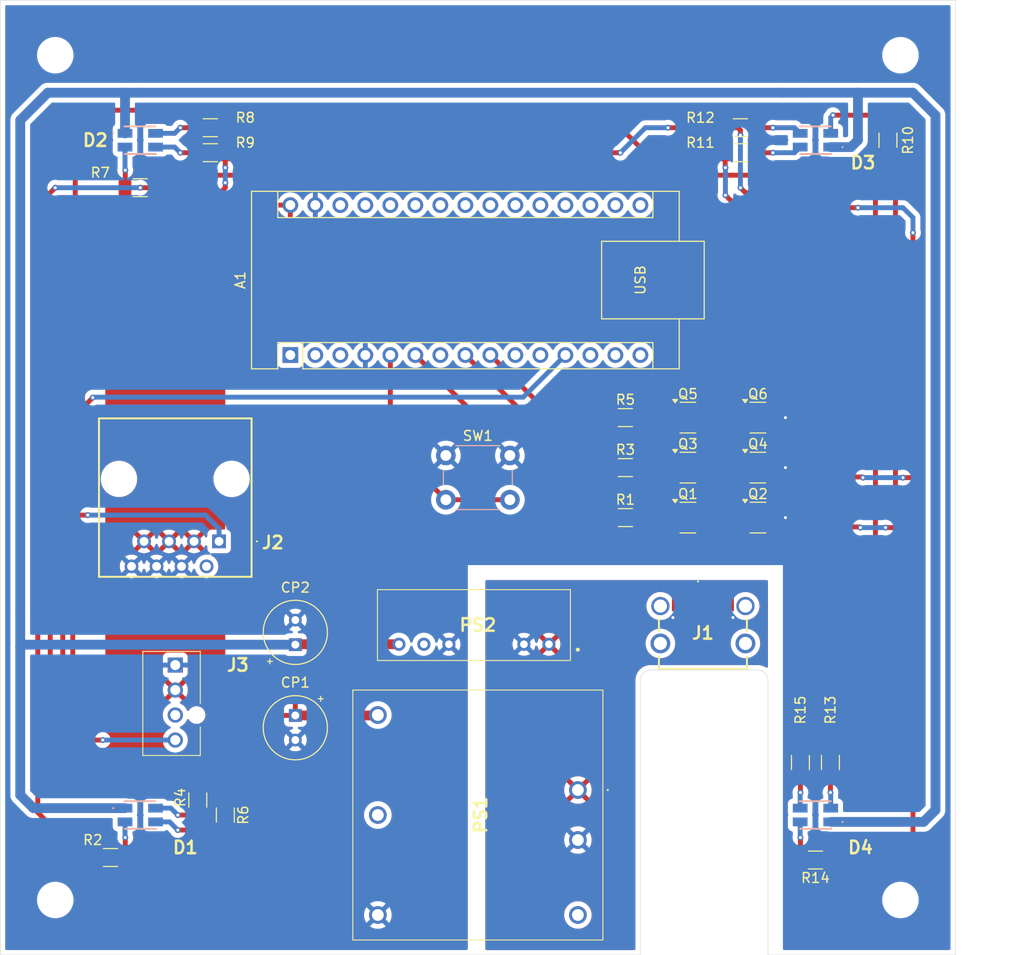
<source format=kicad_pcb>
(kicad_pcb (version 20240108) (generator "pcbnew") (generator_version "8.0")
  (layers (0 "F.Cu" signal) (31 "B.Cu" signal) (34 "B.Paste" user) (35 "F.Paste" user) (36 "B.SilkS" user "B.Silkscreen") (37 "F.SilkS" user "F.Silkscreen") (38 "B.Mask" user) (39 "F.Mask" user) (44 "Edge.Cuts" user))
  (net 0 "")
  (net 9 "+3V3")
  (net 12 "+5V")
  (net 23 "+12V")
  (net 26 "Net-(A1-D2)")
  (net 27 "GND")
  (net 28 "PWM_D6")
  (net 29 "PWM_D5")
  (net 30 "PWM_D3")
  (net 31 "G")
  (net 32 "R")
  (net 33 "B")
  (net 34 "Net-(D2-GK)")
  (net 35 "Net-(Q1-B)")
  (net 36 "Net-(Q1-E)")
  (net 37 "Net-(Q3-B)")
  (net 38 "Net-(D2-RK)")
  (net 39 "Net-(Q3-E)")
  (net 40 "Net-(D2-BK)")
  (net 41 "Net-(Q5-B)")
  (net 42 "Net-(Q5-E)")
  (net 43 "Net-(D4-RK)")
  (net 44 "Net-(D4-GK)")
  (net 45 "Net-(D4-BK)")
  (net 46 "Net-(D3-BK)")
  (net 47 "Net-(D3-RK)")
  (net 48 "Net-(D3-GK)")
  (net 50 "+5VD")
  (net 51 "GNDD")
  (net 53 "PWM_D9")
  (net 54 "Net-(D1-GK)")
  (net 55 "Net-(D1-RK)")
  (net 56 "Net-(D1-BK)")
  (footprint "Resistor_SMD:R_1206_3216Metric_Pad1.30x1.75mm_HandSolder" (layer "F.Cu") (at 92.482 125.984)
    (property "Reference" "R2" (at -1.804 -1.778 0) (layer "F.SilkS"))
    (property "Value" "90R" (hide yes))
    (pad "1" smd roundrect (at -1.55 0) (size 1.3 1.75) (layers "F.Cu" "F.Paste" "F.Mask") (roundrect_rratio 0.192308) (net 33 "B"))
    (pad "2" smd roundrect (at 1.55 0) (size 1.3 1.75) (layers "F.Cu" "F.Paste" "F.Mask") (roundrect_rratio 0.192308) (net 55 "Net-(D1-RK)"))
  )
  (footprint "10164359-00011LF_mod:1016435900011LF_handsoldered" (layer "F.Cu") (at 152.654 103.378)
    (property "Reference" "J1" (at 0 -0.212 0) (layer "F.SilkS") (effects (font (size 1.27 1.27) (thickness 0.254))))
    (property "Value" "10164359-00011LF" (hide yes))
    (pad "A5" smd rect (at -0.5 -3.465) (size 0.7 2.07) (layers "F.Cu" "F.Paste" "F.Mask"))
    (pad "A9" smd rect (at 1.52 -3.465) (size 0.76 2.07) (layers "F.Cu" "F.Paste" "F.Mask") (net 50 "+5VD"))
    (pad "A12" smd rect (at 2.75 -3.465) (size 0.8 2.07) (layers "F.Cu" "F.Paste" "F.Mask") (net 51 "GNDD"))
    (pad "B5" smd rect (at 0.5 -3.465) (size 0.7 2.07) (layers "F.Cu" "F.Paste" "F.Mask"))
    (pad "B9" smd rect (at -1.52 -3.465) (size 0.76 2.07) (layers "F.Cu" "F.Paste" "F.Mask") (net 50 "+5VD"))
    (pad "B12" smd rect (at -2.75 -3.465) (size 0.8 2.07) (layers "F.Cu" "F.Paste" "F.Mask") (net 51 "GNDD"))
    (pad "MH1" thru_hole circle (at -4.32 -2.95) (size 1.85 1.85) (drill 1.34) (layers "*.Cu" "*.Mask"))
    (pad "MH2" thru_hole circle (at 4.32 -2.95) (size 1.85 1.85) (drill 1.34) (layers "*.Cu" "*.Mask"))
    (pad "MH3" thru_hole circle (at -4.32 0.85) (size 2.01 2.01) (drill 1.34) (layers "*.Cu" "*.Mask"))
    (pad "MH4" thru_hole circle (at 4.32 0.85) (size 2.01 2.01) (drill 1.34) (layers "*.Cu" "*.Mask"))
  )
  (footprint "615008160321:615008160321" (layer "F.Cu") (at 103.505 93.858 180)
    (property "Reference" "J2" (at -5.461 -0.122 180) (layer "F.SilkS") (effects (font (size 1.27 1.27) (thickness 0.254))))
    (property "Value" "615008160321" (hide yes))
    (pad "" np_thru_hole circle (at -1.27 6.35 180) (size 3.2 3.2) (drill 3.2) (layers "*.Cu" "*.Mask"))
    (pad "" np_thru_hole circle (at 10.16 6.35 180) (size 3.2 3.2) (drill 3.2) (layers "*.Cu" "*.Mask"))
    (pad "1" thru_hole rect (at 0 0 180) (size 1.4 1.4) (drill 0.9) (layers "*.Cu" "*.Mask") (net 53 "PWM_D9"))
    (pad "2" thru_hole circle (at 1.27 -2.54 180) (size 1.4 1.4) (drill 0.9) (layers "*.Cu" "*.Mask"))
    (pad "3" thru_hole circle (at 2.54 0 180) (size 1.4 1.4) (drill 0.9) (layers "*.Cu" "*.Mask") (net 23 "+12V"))
    (pad "4" thru_hole circle (at 3.81 -2.54 180) (size 1.4 1.4) (drill 0.9) (layers "*.Cu" "*.Mask") (net 27 "GND"))
    (pad "5" thru_hole circle (at 5.08 0 180) (size 1.4 1.4) (drill 0.9) (layers "*.Cu" "*.Mask") (net 23 "+12V"))
    (pad "6" thru_hole circle (at 6.35 -2.54 180) (size 1.4 1.4) (drill 0.9) (layers "*.Cu" "*.Mask") (net 27 "GND"))
    (pad "7" thru_hole circle (at 7.62 0 180) (size 1.4 1.4) (drill 0.9) (layers "*.Cu" "*.Mask") (net 23 "+12V"))
    (pad "8" thru_hole circle (at 8.89 -2.54 180) (size 1.4 1.4) (drill 0.9) (layers "*.Cu" "*.Mask") (net 27 "GND"))
  )
  (footprint "Resistor_SMD:R_1206_3216Metric_Pad1.30x1.75mm_HandSolder" (layer "F.Cu") (at 102.616 51.816 180)
    (property "Reference" "R8" (at -3.556 1.016 0) (layer "F.SilkS"))
    (property "Value" "150R" (hide yes))
    (pad "1" smd roundrect (at -1.55 0 180) (size 1.3 1.75) (layers "F.Cu" "F.Paste" "F.Mask") (roundrect_rratio 0.192308) (net 32 "R"))
    (pad "2" smd roundrect (at 1.55 0 180) (size 1.3 1.75) (layers "F.Cu" "F.Paste" "F.Mask") (roundrect_rratio 0.192308) (net 34 "Net-(D2-GK)"))
  )
  (footprint "Resistor_SMD:R_1206_3216Metric_Pad1.30x1.75mm_HandSolder" (layer "F.Cu") (at 156.464 54.356)
    (property "Reference" "R11" (at -4.064 -1.016 0) (layer "F.SilkS"))
    (property "Value" "150R" (hide yes))
    (pad "1" smd roundrect (at -1.55 0) (size 1.3 1.75) (layers "F.Cu" "F.Paste" "F.Mask") (roundrect_rratio 0.192308) (net 32 "R"))
    (pad "2" smd roundrect (at 1.55 0) (size 1.3 1.75) (layers "F.Cu" "F.Paste" "F.Mask") (roundrect_rratio 0.192308) (net 48 "Net-(D3-GK)"))
  )
  (footprint "Resistor_SMD:R_1206_3216Metric_Pad1.30x1.75mm_HandSolder" (layer "F.Cu") (at 144.78 81.28)
    (property "Reference" "R5" (at 0 -1.82 0) (layer "F.SilkS"))
    (property "Value" "3K")
    (pad "1" smd roundrect (at -1.55 0) (size 1.3 1.75) (layers "F.Cu" "F.Paste" "F.Mask") (roundrect_rratio 0.192308) (net 28 "PWM_D6"))
    (pad "2" smd roundrect (at 1.55 0) (size 1.3 1.75) (layers "F.Cu" "F.Paste" "F.Mask") (roundrect_rratio 0.192308) (net 41 "Net-(Q5-B)"))
  )
  (footprint "Resistor_SMD:R_1206_3216Metric_Pad1.30x1.75mm_HandSolder" (layer "F.Cu") (at 171.45 53.086 90)
    (property "Reference" "R10" (at 0 2.032 90) (layer "F.SilkS"))
    (property "Value" "90R" (hide yes))
    (pad "1" smd roundrect (at -1.55 0 90) (size 1.3 1.75) (layers "F.Cu" "F.Paste" "F.Mask") (roundrect_rratio 0.192308) (net 33 "B"))
    (pad "2" smd roundrect (at 1.55 0 90) (size 1.3 1.75) (layers "F.Cu" "F.Paste" "F.Mask") (roundrect_rratio 0.192308) (net 47 "Net-(D3-RK)"))
  )
  (footprint "Resistor_SMD:R_1206_3216Metric_Pad1.30x1.75mm_HandSolder" (layer "F.Cu") (at 104.14 121.666 -90)
    (property "Reference" "R6" (at 0 -1.82 90) (layer "F.SilkS"))
    (property "Value" "90R")
    (pad "1" smd roundrect (at -1.55 0 270) (size 1.3 1.75) (layers "F.Cu" "F.Paste" "F.Mask") (roundrect_rratio 0.192308) (net 31 "G"))
    (pad "2" smd roundrect (at 1.55 0 270) (size 1.3 1.75) (layers "F.Cu" "F.Paste" "F.Mask") (roundrect_rratio 0.192308) (net 56 "Net-(D1-BK)"))
  )
  (footprint "MountingHole:MountingHole_3.2mm_M3_DIN965" (layer "F.Cu") (at 172.72 130.302)
    (property "Reference" "REF**" (hide yes))
    (property "Value" "MountingHole_3.2mm_M3_DIN965")
    (pad "" np_thru_hole circle (at 0 0) (size 3.2 3.2) (drill 3.2) (layers "*.Cu" "*.Mask"))
  )
  (footprint "Package_TO_SOT_SMD:SOT-23-3" (layer "F.Cu") (at 158.242 81.28)
    (property "Reference" "Q6" (at 0 -2.4 0) (layer "F.SilkS"))
    (property "Value" "Q_NPN_BCE")
    (pad "1" smd roundrect (at -1.1375 -0.95) (size 1.325 0.6) (layers "F.Cu" "F.Paste" "F.Mask") (net 42 "Net-(Q5-E)"))
    (pad "2" smd roundrect (at -1.1375 0.95) (size 1.325 0.6) (layers "F.Cu" "F.Paste" "F.Mask") (net 31 "G"))
    (pad "3" smd roundrect (at 1.1375 0) (size 1.325 0.6) (layers "F.Cu" "F.Paste" "F.Mask") (net 27 "GND"))
  )
  (footprint "MountingHole:MountingHole_3.2mm_M3_DIN965" (layer "F.Cu") (at 86.868 130.302)
    (property "Reference" "REF**" (hide yes))
    (property "Value" "MountingHole_3.2mm_M3_DIN965" (hide yes))
    (pad "" np_thru_hole circle (at 0 0) (size 3.2 3.2) (drill 3.2) (layers "*.Cu" "*.Mask"))
  )
  (footprint "Resistor_SMD:R_1206_3216Metric_Pad1.30x1.75mm_HandSolder" (layer "F.Cu") (at 144.78 91.44)
    (property "Reference" "R1" (at 0 -1.82 0) (layer "F.SilkS"))
    (property "Value" "3K")
    (pad "1" smd roundrect (at -1.55 0) (size 1.3 1.75) (layers "F.Cu" "F.Paste" "F.Mask") (roundrect_rratio 0.192308) (net 30 "PWM_D3"))
    (pad "2" smd roundrect (at 1.55 0) (size 1.3 1.75) (layers "F.Cu" "F.Paste" "F.Mask") (roundrect_rratio 0.192308) (net 35 "Net-(Q1-B)"))
  )
  (footprint "Package_TO_SOT_SMD:SOT-23-3" (layer "F.Cu") (at 151.13 91.44)
    (property "Reference" "Q1" (at 0 -2.4 0) (layer "F.SilkS"))
    (property "Value" "Q_NPN_BCE")
    (pad "1" smd roundrect (at -1.1375 -0.95) (size 1.325 0.6) (layers "F.Cu" "F.Paste" "F.Mask") (net 35 "Net-(Q1-B)"))
    (pad "2" smd roundrect (at -1.1375 0.95) (size 1.325 0.6) (layers "F.Cu" "F.Paste" "F.Mask") (net 33 "B"))
    (pad "3" smd roundrect (at 1.1375 0) (size 1.325 0.6) (layers "F.Cu" "F.Paste" "F.Mask") (net 36 "Net-(Q1-E)"))
  )
  (footprint "Resistor_SMD:R_1206_3216Metric_Pad1.30x1.75mm_HandSolder" (layer "F.Cu") (at 162.56 116.332 -90)
    (property "Reference" "R15" (at -5.334 0 90) (layer "F.SilkS"))
    (property "Value" "90R")
    (pad "1" smd roundrect (at -1.55 0 270) (size 1.3 1.75) (layers "F.Cu" "F.Paste" "F.Mask") (roundrect_rratio 0.192308) (net 31 "G"))
    (pad "2" smd roundrect (at 1.55 0 270) (size 1.3 1.75) (layers "F.Cu" "F.Paste" "F.Mask") (roundrect_rratio 0.192308) (net 45 "Net-(D4-BK)"))
  )
  (footprint "Resistor_SMD:R_1206_3216Metric_Pad1.30x1.75mm_HandSolder" (layer "F.Cu") (at 165.608 116.332 -90)
    (property "Reference" "R13" (at -5.334 0 90) (layer "F.SilkS"))
    (property "Value" "90R")
    (pad "1" smd roundrect (at -1.55 0 270) (size 1.3 1.75) (layers "F.Cu" "F.Paste" "F.Mask") (roundrect_rratio 0.192308) (net 33 "B"))
    (pad "2" smd roundrect (at 1.55 0 270) (size 1.3 1.75) (layers "F.Cu" "F.Paste" "F.Mask") (roundrect_rratio 0.192308) (net 43 "Net-(D4-RK)"))
  )
  (footprint "Capacitor_THT_Wurth:CP_Wurth_WCAP-ATG8-P2.5D6.3L11" (layer "F.Cu") (at 111.252 111.546 -90)
    (property "Reference" "CP1" (at -3.342 0 0) (layer "F.SilkS"))
    (property "Value" "P2.5D6.3L11_860010573007_Modified")
    (pad "1" thru_hole rect (at 0 0 270) (size 1.3 1.3) (drill 0.8) (layers "*.Cu" "*.Mask") (net 23 "+12V"))
    (pad "2" thru_hole circle (at 2.5 0 270) (size 1.3 1.3) (drill 0.8) (layers "*.Cu" "*.Mask") (net 27 "GND"))
  )
  (footprint "Resistor_SMD:R_1206_3216Metric_Pad1.30x1.75mm_HandSolder" (layer "F.Cu") (at 95.504 57.912 180)
    (property "Reference" "R7" (at 4.064 1.524 0) (layer "F.SilkS"))
    (property "Value" "90R" (hide yes))
    (pad "1" smd roundrect (at -1.55 0 180) (size 1.3 1.75) (layers "F.Cu" "F.Paste" "F.Mask") (roundrect_rratio 0.192308) (net 33 "B"))
    (pad "2" smd roundrect (at 1.55 0 180) (size 1.3 1.75) (layers "F.Cu" "F.Paste" "F.Mask") (roundrect_rratio 0.192308) (net 38 "Net-(D2-RK)"))
  )
  (footprint "Capacitor_THT_Wurth:CP_Wurth_WCAP-ATG8-P2.5D6.3L11" (layer "F.Cu") (at 111.252 104.354 90)
    (property "Reference" "CP2" (at 5.802 0 0) (layer "F.SilkS"))
    (property "Value" "P2.5D6.3L11_860010573007_Modified")
    (pad "1" thru_hole rect (at 0 0 90) (size 1.3 1.3) (drill 0.8) (layers "*.Cu" "*.Mask") (net 12 "+5V"))
    (pad "2" thru_hole circle (at 2.5 0 90) (size 1.3 1.3) (drill 0.8) (layers "*.Cu" "*.Mask") (net 27 "GND"))
  )
  (footprint "SPUN02L-05:SPUN02L05" (layer "F.Cu") (at 137.014 104.312 180)
    (property "Reference" "PS2" (at 7.22 1.95 0) (layer "F.SilkS") (effects (font (size 1.27 1.27) (thickness 0.254))))
    (property "Value" "SPUN02L-05" (hide yes))
    (pad "1" thru_hole circle (at 0 0 180) (size 1.337 1.337) (drill 0.78) (layers "*.Cu" "*.Mask") (net 50 "+5VD"))
    (pad "2" thru_hole circle (at 2.54 0 180) (size 1.337 1.337) (drill 0.78) (layers "*.Cu" "*.Mask") (net 51 "GNDD"))
    (pad "5" thru_hole circle (at 10.16 0 180) (size 1.337 1.337) (drill 0.78) (layers "*.Cu" "*.Mask") (net 27 "GND"))
    (pad "6" thru_hole circle (at 12.7 0 180) (size 1.337 1.337) (drill 0.78) (layers "*.Cu" "*.Mask"))
    (pad "7" thru_hole circle (at 15.24 0 180) (size 1.337 1.337) (drill 0.78) (layers "*.Cu" "*.Mask") (net 12 "+5V"))
  )
  (footprint "47053-1000:470531000" (layer "F.Cu") (at 99.06 106.426 90)
    (property "Reference" "J3" (at 0 6.35 0) (layer "F.SilkS") (effects (font (size 1.27 1.27) (thickness 0.254))))
    (property "Value" "47053-1000" (hide yes))
    (pad "" np_thru_hole circle (at -5.08 2.16 90) (size 1.3 1.3) (drill 1.3) (layers "*.Cu" "*.Mask"))
    (pad "1" thru_hole rect (at 0 0 90) (size 1.53 1.53) (drill 1.02) (layers "*.Cu" "*.Mask") (net 27 "GND"))
    (pad "2" thru_hole circle (at -2.54 0 90) (size 1.55 1.55) (drill 1.02) (layers "*.Cu" "*.Mask") (net 23 "+12V"))
    (pad "3" thru_hole circle (at -5.08 0 90) (size 1.55 1.55) (drill 1.02) (layers "*.Cu" "*.Mask"))
    (pad "4" thru_hole circle (at -7.62 0 90) (size 1.55 1.55) (drill 1.02) (layers "*.Cu" "*.Mask") (net 53 "PWM_D9"))
  )
  (footprint "Package_TO_SOT_SMD:SOT-23-3" (layer "F.Cu") (at 158.242 86.36)
    (property "Reference" "Q4" (at 0 -2.4 0) (layer "F.SilkS"))
    (property "Value" "Q_NPN_BCE")
    (pad "1" smd roundrect (at -1.1375 -0.95) (size 1.325 0.6) (layers "F.Cu" "F.Paste" "F.Mask") (net 39 "Net-(Q3-E)"))
    (pad "2" smd roundrect (at -1.1375 0.95) (size 1.325 0.6) (layers "F.Cu" "F.Paste" "F.Mask") (net 32 "R"))
    (pad "3" smd roundrect (at 1.1375 0) (size 1.325 0.6) (layers "F.Cu" "F.Paste" "F.Mask") (net 27 "GND"))
  )
  (footprint "Resistor_SMD:R_1206_3216Metric_Pad1.30x1.75mm_HandSolder" (layer "F.Cu") (at 156.464 51.816)
    (property "Reference" "R12" (at -4.064 -1.016 0) (layer "F.SilkS"))
    (property "Value" "90R" (hide yes))
    (pad "1" smd roundrect (at -1.55 0) (size 1.3 1.75) (layers "F.Cu" "F.Paste" "F.Mask") (roundrect_rratio 0.192308) (net 31 "G"))
    (pad "2" smd roundrect (at 1.55 0) (size 1.3 1.75) (layers "F.Cu" "F.Paste" "F.Mask") (roundrect_rratio 0.192308) (net 46 "Net-(D3-BK)"))
  )
  (footprint "Resistor_SMD:R_1206_3216Metric_Pad1.30x1.75mm_HandSolder" (layer "F.Cu") (at 164.084 126.238 180)
    (property "Reference" "R14" (at 0 -1.82 0) (layer "F.SilkS"))
    (property "Value" "150R")
    (pad "1" smd roundrect (at -1.55 0 180) (size 1.3 1.75) (layers "F.Cu" "F.Paste" "F.Mask") (roundrect_rratio 0.192308) (net 32 "R"))
    (pad "2" smd roundrect (at 1.55 0 180) (size 1.3 1.75) (layers "F.Cu" "F.Paste" "F.Mask") (roundrect_rratio 0.192308) (net 44 "Net-(D4-GK)"))
  )
  (footprint "Resistor_SMD:R_1206_3216Metric_Pad1.30x1.75mm_HandSolder" (layer "F.Cu") (at 101.346 120.142 -90)
    (property "Reference" "R4" (at -0.254 1.778 90) (layer "F.SilkS"))
    (property "Value" "150R")
    (pad "1" smd roundrect (at -1.55 0 270) (size 1.3 1.75) (layers "F.Cu" "F.Paste" "F.Mask") (roundrect_rratio 0.192308) (net 32 "R"))
    (pad "2" smd roundrect (at 1.55 0 270) (size 1.3 1.75) (layers "F.Cu" "F.Paste" "F.Mask") (roundrect_rratio 0.192308) (net 54 "Net-(D1-GK)"))
  )
  (footprint "Resistor_SMD:R_1206_3216Metric_Pad1.30x1.75mm_HandSolder" (layer "F.Cu") (at 144.78 86.36)
    (property "Reference" "R3" (at 0 -1.82 0) (layer "F.SilkS"))
    (property "Value" "3K")
    (pad "1" smd roundrect (at -1.55 0) (size 1.3 1.75) (layers "F.Cu" "F.Paste" "F.Mask") (roundrect_rratio 0.192308) (net 29 "PWM_D5"))
    (pad "2" smd roundrect (at 1.55 0) (size 1.3 1.75) (layers "F.Cu" "F.Paste" "F.Mask") (roundrect_rratio 0.192308) (net 37 "Net-(Q3-B)"))
  )
  (footprint "Module:Arduino_Nano" (layer "F.Cu") (at 110.744 74.92 90)
    (property "Reference" "A1" (at 7.62 -5.08 90) (layer "F.SilkS"))
    (property "Value" "Arduino_Nano_v3.x")
    (fp_text user "USB" (at 7.62 35.56 90) (layer "F.SilkS"))
    (pad "1" thru_hole rect (at 0 0 90) (size 1.6 1.6) (drill 1) (layers "*.Cu" "*.Mask"))
    (pad "2" thru_hole oval (at 0 2.54 90) (size 1.6 1.6) (drill 1) (layers "*.Cu" "*.Mask"))
    (pad "3" thru_hole oval (at 0 5.08 90) (size 1.6 1.6) (drill 1) (layers "*.Cu" "*.Mask"))
    (pad "4" thru_hole oval (at 0 7.62 90) (size 1.6 1.6) (drill 1) (layers "*.Cu" "*.Mask") (net 27 "GND"))
    (pad "5" thru_hole oval (at 0 10.16 90) (size 1.6 1.6) (drill 1) (layers "*.Cu" "*.Mask") (net 26 "Net-(A1-D2)"))
    (pad "6" thru_hole oval (at 0 12.7 90) (size 1.6 1.6) (drill 1) (layers "*.Cu" "*.Mask") (net 30 "PWM_D3"))
    (pad "7" thru_hole oval (at 0 15.24 90) (size 1.6 1.6) (drill 1) (layers "*.Cu" "*.Mask"))
    (pad "8" thru_hole oval (at 0 17.78 90) (size 1.6 1.6) (drill 1) (layers "*.Cu" "*.Mask") (net 29 "PWM_D5"))
    (pad "9" thru_hole oval (at 0 20.32 90) (size 1.6 1.6) (drill 1) (layers "*.Cu" "*.Mask") (net 28 "PWM_D6"))
    (pad "10" thru_hole oval (at 0 22.86 90) (size 1.6 1.6) (drill 1) (layers "*.Cu" "*.Mask"))
    (pad "11" thru_hole oval (at 0 25.4 90) (size 1.6 1.6) (drill 1) (layers "*.Cu" "*.Mask"))
    (pad "12" thru_hole oval (at 0 27.94 90) (size 1.6 1.6) (drill 1) (layers "*.Cu" "*.Mask") (net 53 "PWM_D9"))
    (pad "13" thru_hole oval (at 0 30.48 90) (size 1.6 1.6) (drill 1) (layers "*.Cu" "*.Mask"))
    (pad "14" thru_hole oval (at 0 33.02 90) (size 1.6 1.6) (drill 1) (layers "*.Cu" "*.Mask"))
    (pad "15" thru_hole oval (at 0 35.56 90) (size 1.6 1.6) (drill 1) (layers "*.Cu" "*.Mask"))
    (pad "16" thru_hole oval (at 15.24 35.56 90) (size 1.6 1.6) (drill 1) (layers "*.Cu" "*.Mask"))
    (pad "17" thru_hole oval (at 15.24 33.02 90) (size 1.6 1.6) (drill 1) (layers "*.Cu" "*.Mask") (net 9 "+3V3"))
    (pad "18" thru_hole oval (at 15.24 30.48 90) (size 1.6 1.6) (drill 1) (layers "*.Cu" "*.Mask"))
    (pad "19" thru_hole oval (at 15.24 27.94 90) (size 1.6 1.6) (drill 1) (layers "*.Cu" "*.Mask"))
    (pad "20" thru_hole oval (at 15.24 25.4 90) (size 1.6 1.6) (drill 1) (layers "*.Cu" "*.Mask"))
    (pad "21" thru_hole oval (at 15.24 22.86 90) (size 1.6 1.6) (drill 1) (layers "*.Cu" "*.Mask"))
    (pad "22" thru_hole oval (at 15.24 20.32 90) (size 1.6 1.6) (drill 1) (layers "*.Cu" "*.Mask"))
    (pad "23" thru_hole oval (at 15.24 17.78 90) (size 1.6 1.6) (drill 1) (layers "*.Cu" "*.Mask"))
    (pad "24" thru_hole oval (at 15.24 15.24 90) (size 1.6 1.6) (drill 1) (layers "*.Cu" "*.Mask"))
    (pad "25" thru_hole oval (at 15.24 12.7 90) (size 1.6 1.6) (drill 1) (layers "*.Cu" "*.Mask"))
    (pad "26" thru_hole oval (at 15.24 10.16 90) (size 1.6 1.6) (drill 1) (layers "*.Cu" "*.Mask"))
    (pad "27" thru_hole oval (at 15.24 7.62 90) (size 1.6 1.6) (drill 1) (layers "*.Cu" "*.Mask"))
    (pad "28" thru_hole oval (at 15.24 5.08 90) (size 1.6 1.6) (drill 1) (layers "*.Cu" "*.Mask"))
    (pad "29" thru_hole oval (at 15.24 2.54 90) (size 1.6 1.6) (drill 1) (layers "*.Cu" "*.Mask") (net 27 "GND"))
    (pad "30" thru_hole oval (at 15.24 0 90) (size 1.6 1.6) (drill 1) (layers "*.Cu" "*.Mask") (net 23 "+12V"))
  )
  (footprint "Package_TO_SOT_SMD:SOT-23-3" (layer "F.Cu") (at 151.13 86.36)
    (property "Reference" "Q3" (at 0 -2.4 0) (layer "F.SilkS"))
    (property "Value" "Q_NPN_BCE")
    (pad "1" smd roundrect (at -1.1375 -0.95) (size 1.325 0.6) (layers "F.Cu" "F.Paste" "F.Mask") (net 37 "Net-(Q3-B)"))
    (pad "2" smd roundrect (at -1.1375 0.95) (size 1.325 0.6) (layers "F.Cu" "F.Paste" "F.Mask") (net 32 "R"))
    (pad "3" smd roundrect (at 1.1375 0) (size 1.325 0.6) (layers "F.Cu" "F.Paste" "F.Mask") (net 39 "Net-(Q3-E)"))
  )
  (footprint "Package_TO_SOT_SMD:SOT-23-3" (layer "F.Cu") (at 158.242 91.44)
    (property "Reference" "Q2" (at 0 -2.4 0) (layer "F.SilkS"))
    (property "Value" "Q_NPN_BCE")
    (pad "1" smd roundrect (at -1.1375 -0.95) (size 1.325 0.6) (layers "F.Cu" "F.Paste" "F.Mask") (net 36 "Net-(Q1-E)"))
    (pad "2" smd roundrect (at -1.1375 0.95) (size 1.325 0.6) (layers "F.Cu" "F.Paste" "F.Mask") (net 33 "B"))
    (pad "3" smd roundrect (at 1.1375 0) (size 1.325 0.6) (layers "F.Cu" "F.Paste" "F.Mask") (net 27 "GND"))
  )
  (footprint "Package_TO_SOT_SMD:SOT-23-3" (layer "F.Cu") (at 151.13 81.28)
    (property "Reference" "Q5" (at 0 -2.4 0) (layer "F.SilkS"))
    (property "Value" "Q_NPN_BCE")
    (pad "1" smd roundrect (at -1.1375 -0.95) (size 1.325 0.6) (layers "F.Cu" "F.Paste" "F.Mask") (net 41 "Net-(Q5-B)"))
    (pad "2" smd roundrect (at -1.1375 0.95) (size 1.325 0.6) (layers "F.Cu" "F.Paste" "F.Mask") (net 31 "G"))
    (pad "3" smd roundrect (at 1.1375 0) (size 1.325 0.6) (layers "F.Cu" "F.Paste" "F.Mask") (net 42 "Net-(Q5-E)"))
  )
  (footprint "SKM10E-12:SKM10B05" (layer "F.Cu") (at 129.794 121.666 -90)
    (property "Reference" "PS1" (at 0 -0.275 90) (layer "F.SilkS") (effects (font (size 1.27 1.27) (thickness 0.254))))
    (property "Value" "SKM10E-12" (hide yes))
    (pad "1" thru_hole circle (at -2.54 -10.16 270) (size 1.8 1.8) (drill 1.2) (layers "*.Cu" "*.Mask") (net 50 "+5VD"))
    (pad "2" thru_hole circle (at 2.54 -10.16 270) (size 1.8 1.8) (drill 1.2) (layers "*.Cu" "*.Mask") (net 51 "GNDD"))
    (pad "3" thru_hole circle (at -10.16 10.16 270) (size 1.8 1.8) (drill 1.2) (layers "*.Cu" "*.Mask") (net 23 "+12V"))
    (pad "4" thru_hole circle (at 0 10.16 270) (size 1.8 1.8) (drill 1.2) (layers "*.Cu" "*.Mask"))
    (pad "5" thru_hole circle (at 10.16 10.16 270) (size 1.8 1.8) (drill 1.2) (layers "*.Cu" "*.Mask") (net 27 "GND"))
    (pad "6" thru_hole circle (at 10.16 -10.16 270) (size 1.8 1.8) (drill 1.2) (layers "*.Cu" "*.Mask"))
  )
  (footprint "MountingHole:MountingHole_3.2mm_M3_DIN965" (layer "F.Cu") (at 86.868 44.45)
    (property "Reference" "REF**" (hide yes))
    (property "Value" "MountingHole_3.2mm_M3_DIN965" (hide yes))
    (pad "" np_thru_hole circle (at 0 0) (size 3.2 3.2) (drill 3.2) (layers "*.Cu" "*.Mask"))
  )
  (footprint "Resistor_SMD:R_1206_3216Metric_Pad1.30x1.75mm_HandSolder" (layer "F.Cu") (at 102.616 54.356 180)
    (property "Reference" "R9" (at -3.556 1.016 0) (layer "F.SilkS"))
    (property "Value" "90R" (hide yes))
    (pad "1" smd roundrect (at -1.55 0 180) (size 1.3 1.75) (layers "F.Cu" "F.Paste" "F.Mask") (roundrect_rratio 0.192308) (net 31 "G"))
    (pad "2" smd roundrect (at 1.55 0 180) (size 1.3 1.75) (layers "F.Cu" "F.Paste" "F.Mask") (roundrect_rratio 0.192308) (net 40 "Net-(D2-BK)"))
  )
  (footprint "MountingHole:MountingHole_3.2mm_M3_DIN965" (layer "F.Cu") (at 172.72 44.45)
    (property "Reference" "REF**" (hide yes))
    (property "Value" "MountingHole_3.2mm_M3_DIN965" (hide yes))
    (pad "" np_thru_hole circle (at 0 0) (size 3.2 3.2) (drill 3.2) (layers "*.Cu" "*.Mask"))
  )
  (footprint "150141M173100:150141M173100" (layer "B.Cu") (at 164.084 121.666)
    (property "Reference" "D4" (at 4.572 3.302 0) (layer "F.SilkS") (effects (font (size 1.27 1.27) (thickness 0.254))))
    (property "Value" "LED_ARGB" (hide yes))
    (pad "1" smd rect (at 1.55 0.7 270) (size 0.9 1.5) (layers "B.Cu" "B.Paste" "B.Mask") (net 12 "+5V"))
    (pad "2" smd rect (at 1.55 -0.7 270) (size 0.9 1.5) (layers "B.Cu" "B.Paste" "B.Mask") (net 43 "Net-(D4-RK)"))
    (pad "3" smd rect (at -1.55 0.7 270) (size 0.9 1.5) (layers "B.Cu" "B.Paste" "B.Mask") (net 44 "Net-(D4-GK)"))
    (pad "4" smd rect (at -1.55 -0.7 270) (size 0.9 1.5) (layers "B.Cu" "B.Paste" "B.Mask") (net 45 "Net-(D4-BK)"))
  )
  (footprint "150141M173100:150141M173100" (layer "B.Cu") (at 164.084 53.086)
    (property "Reference" "D3" (at 4.826 2.286 0) (layer "F.SilkS") (effects (font (size 1.27 1.27) (thickness 0.254))))
    (property "Value" "LED_ARGB" (hide yes))
    (pad "1" smd rect (at 1.55 0.7 270) (size 0.9 1.5) (layers "B.Cu" "B.Paste" "B.Mask") (net 12 "+5V"))
    (pad "2" smd rect (at 1.55 -0.7 270) (size 0.9 1.5) (layers "B.Cu" "B.Paste" "B.Mask") (net 47 "Net-(D3-RK)"))
    (pad "3" smd rect (at -1.55 0.7 270) (size 0.9 1.5) (layers "B.Cu" "B.Paste" "B.Mask") (net 48 "Net-(D3-GK)"))
    (pad "4" smd rect (at -1.55 -0.7 270) (size 0.9 1.5) (layers "B.Cu" "B.Paste" "B.Mask") (net 46 "Net-(D3-BK)"))
  )
  (footprint "Button_Switch_THT:SW_PUSH_6mm_H13mm" (layer "B.Cu") (at 133.044 85.126 180)
    (property "Reference" "SW1" (at 3.25 2 0) (layer "F.SilkS"))
    (property "Value" "SW_Push")
    (pad "1" thru_hole circle (at 0 0 90) (size 2 2) (drill 1.1) (layers "*.Cu" "*.Mask") (net 27 "GND"))
    (pad "1" thru_hole circle (at 6.5 0 90) (size 2 2) (drill 1.1) (layers "*.Cu" "*.Mask") (net 27 "GND"))
    (pad "2" thru_hole circle (at 0 -4.5 90) (size 2 2) (drill 1.1) (layers "*.Cu" "*.Mask") (net 26 "Net-(A1-D2)"))
    (pad "2" thru_hole circle (at 6.5 -4.5 90) (size 2 2) (drill 1.1) (layers "*.Cu" "*.Mask") (net 26 "Net-(A1-D2)"))
  )
  (footprint "150141M173100:150141M173100" (layer "B.Cu") (at 95.504 121.666 180)
    (property "Reference" "D1" (at -4.572 -3.302 0) (layer "F.SilkS") (effects (font (size 1.27 1.27) (thickness 0.254))))
    (property "Value" "LED_ARGB" (hide yes))
    (pad "1" smd rect (at 1.55 0.7 90) (size 0.9 1.5) (layers "B.Cu" "B.Paste" "B.Mask") (net 12 "+5V"))
    (pad "2" smd rect (at 1.55 -0.7 90) (size 0.9 1.5) (layers "B.Cu" "B.Paste" "B.Mask") (net 55 "Net-(D1-RK)"))
    (pad "3" smd rect (at -1.55 0.7 90) (size 0.9 1.5) (layers "B.Cu" "B.Paste" "B.Mask") (net 54 "Net-(D1-GK)"))
    (pad "4" smd rect (at -1.55 -0.7 90) (size 0.9 1.5) (layers "B.Cu" "B.Paste" "B.Mask") (net 56 "Net-(D1-BK)"))
  )
  (footprint "150141M173100:150141M173100" (layer "B.Cu") (at 95.504 53.086 180)
    (property "Reference" "D2" (at 4.572 0 0) (layer "F.SilkS") (effects (font (size 1.27 1.27) (thickness 0.254))))
    (property "Value" "LED_ARGB" (hide yes))
    (pad "1" smd rect (at 1.55 0.7 90) (size 0.9 1.5) (layers "B.Cu" "B.Paste" "B.Mask") (net 12 "+5V"))
    (pad "2" smd rect (at 1.55 -0.7 90) (size 0.9 1.5) (layers "B.Cu" "B.Paste" "B.Mask") (net 38 "Net-(D2-RK)"))
    (pad "3" smd rect (at -1.55 0.7 90) (size 0.9 1.5) (layers "B.Cu" "B.Paste" "B.Mask") (net 34 "Net-(D2-GK)"))
    (pad "4" smd rect (at -1.55 -0.7 90) (size 0.9 1.5) (layers "B.Cu" "B.Paste" "B.Mask") (net 40 "Net-(D2-BK)"))
  )
  (gr_line (start 178.308 135.89) (end 178.308 38.862) (stroke (width 0.05)) (layer "Edge.Cuts"))
  (gr_line (start 178.308 38.862) (end 81.28 38.862) (stroke (width 0.05)) (layer "Edge.Cuts"))
  (gr_line (start 146.304 135.89) (end 146.304 107.95) (stroke (width 0.05)) (layer "Edge.Cuts"))
  (gr_line (start 147.32 106.934) (end 158.242 106.934) (stroke (width 0.05)) (layer "Edge.Cuts"))
  (gr_line (start 159.258 135.89) (end 178.308 135.89) (stroke (width 0.05)) (layer "Edge.Cuts"))
  (gr_line (start 81.28 135.89) (end 146.304 135.89) (stroke (width 0.05)) (layer "Edge.Cuts"))
  (gr_arc (start 158.242 106.934) (mid 158.96042 107.23158) (end 159.258 107.95) (stroke (width 0.05)) (layer "Edge.Cuts"))
  (gr_line (start 159.258 107.95) (end 159.258 135.89) (stroke (width 0.05)) (layer "Edge.Cuts"))
  (gr_line (start 81.28 38.862) (end 81.28 135.89) (stroke (width 0.05)) (layer "Edge.Cuts"))
  (gr_arc (start 146.304 107.95) (mid 146.60158 107.23158) (end 147.32 106.934) (stroke (width 0.05)) (layer "Edge.Cuts"))
  (segment (start 111.294 104.312) (end 111.252 104.354) (width 1) (layer "F.Cu") (net 12))
  (segment (start 121.774 104.312) (end 111.294 104.312) (width 1) (layer "F.Cu") (net 12))
  (segment (start 83.606 104.354) (end 83.312 104.648) (width 1) (layer "B.Cu") (net 12))
  (segment (start 160.782 48.26) (end 162.56 48.26) (width 1) (layer "B.Cu") (net 12))
  (segment (start 84.644 120.966) (end 83.312 119.634) (width 1) (layer "B.Cu") (net 12))
  (segment (start 95.758 48.26) (end 160.782 48.26) (width 1) (layer "B.Cu") (net 12))
  (segment (start 162.56 48.26) (end 168.402 48.26) (width 1) (layer "B.Cu") (net 12))
  (segment (start 83.312 104.648) (end 83.312 101.346) (width 1) (layer "B.Cu") (net 12))
  (segment (start 93.954 52.386) (end 93.954 48.286) (width 1) (layer "B.Cu") (net 12))
  (segment (start 176.276 121.158) (end 175.068 122.366) (width 1) (layer "B.Cu") (net 12))
  (segment (start 165.634 53.786) (end 167.702 53.786) (width 1) (layer "B.Cu") (net 12))
  (segment (start 83.312 119.634) (end 83.312 104.648) (width 1) (layer "B.Cu") (net 12))
  (segment (start 83.312 51.054) (end 86.106 48.26) (width 1) (layer "B.Cu") (net 12))
  (segment (start 86.106 48.26) (end 93.98 48.26) (width 1) (layer "B.Cu") (net 12))
  (segment (start 167.702 53.786) (end 168.402 53.086) (width 1) (layer "B.Cu") (net 12))
  (segment (start 95.758 48.26) (end 93.98 48.26) (width 1) (layer "B.Cu") (net 12))
  (segment (start 176.276 50.546) (end 176.276 121.158) (width 1) (layer "B.Cu") (net 12))
  (segment (start 111.252 104.354) (end 83.606 104.354) (width 1) (layer "B.Cu") (net 12))
  (segment (start 175.068 122.366) (end 165.634 122.366) (width 1) (layer "B.Cu") (net 12))
  (segment (start 168.402 53.086) (end 168.402 48.26) (width 1) (layer "B.Cu") (net 12))
  (segment (start 93.954 48.286) (end 93.98 48.26) (width 1) (layer "B.Cu") (net 12))
  (segment (start 83.312 101.346) (end 83.312 51.054) (width 1) (layer "B.Cu") (net 12))
  (segment (start 168.402 48.26) (end 173.99 48.26) (width 1) (layer "B.Cu") (net 12))
  (segment (start 173.99 48.26) (end 176.276 50.546) (width 1) (layer "B.Cu") (net 12))
  (segment (start 93.954 120.966) (end 84.644 120.966) (width 1) (layer "B.Cu") (net 12))
  (segment (start 119.594 111.546) (end 119.634 111.506) (width 1) (layer "F.Cu") (net 23))
  (segment (start 111.252 111.546) (end 119.594 111.546) (width 1) (layer "F.Cu") (net 23))
  (segment (start 126.544 89.626) (end 120.904 83.986) (width 0.5) (layer "F.Cu") (net 26))
  (segment (start 126.544 89.626) (end 133.044 89.626) (width 0.5) (layer "F.Cu") (net 26))
  (segment (start 120.904 83.986) (end 120.904 74.92) (width 0.5) (layer "F.Cu") (net 26))
  (segment (start 159.3795 81.28) (end 161.036 81.28) (width 0.5) (layer "F.Cu") (net 27))
  (segment (start 159.3795 86.36) (end 161.036 86.36) (width 0.5) (layer "F.Cu") (net 27))
  (segment (start 159.3795 91.44) (end 161.036 91.44) (width 0.5) (layer "F.Cu") (net 27))
  (via (at 161.036 86.36) (size 0.6) (drill 0.3) (layers "F.Cu" "B.Cu") (net 27))
  (via (at 161.036 81.28) (size 0.6) (drill 0.3) (layers "F.Cu" "B.Cu") (net 27))
  (via (at 161.036 91.44) (size 0.6) (drill 0.3) (layers "F.Cu" "B.Cu") (net 27))
  (segment (start 131.064 74.92) (end 137.424 81.28) (width 0.5) (layer "F.Cu") (net 28))
  (segment (start 137.424 81.28) (end 143.23 81.28) (width 0.5) (layer "F.Cu") (net 28))
  (segment (start 139.964 86.36) (end 143.23 86.36) (width 0.5) (layer "F.Cu") (net 29))
  (segment (start 128.524 74.92) (end 139.964 86.36) (width 0.5) (layer "F.Cu") (net 29))
  (segment (start 133.096 81.534) (end 143.002 91.44) (width 0.5) (layer "F.Cu") (net 30))
  (segment (start 143.002 91.44) (end 143.23 91.44) (width 0.5) (layer "F.Cu") (net 30))
  (segment (start 123.444 74.92) (end 130.058 81.534) (width 0.5) (layer "F.Cu") (net 30))
  (segment (start 130.058 81.534) (end 133.096 81.534) (width 0.5) (layer "F.Cu") (net 30))
  (segment (start 170.18 82.296) (end 170.18 58.928) (width 0.5) (layer "F.Cu") (net 31))
  (segment (start 170.114 82.23) (end 170.18 82.296) (width 0.5) (layer "F.Cu") (net 31))
  (segment (start 162.56 113.792) (end 163.576 112.776) (width 0.5) (layer "F.Cu") (net 31))
  (segment (start 104.14 117.856) (end 103.632 117.348) (width 0.5) (layer "F.Cu") (net 31))
  (segment (start 91.694 117.348) (end 89.408 117.348) (width 0.5) (layer "F.Cu") (net 31))
  (segment (start 156.464 52.578) (end 156.464 52.07) (width 0.5) (layer "F.Cu") (net 31))
  (segment (start 104.14 54.382) (end 104.166 54.356) (width 0.5) (layer "F.Cu") (net 31))
  (segment (start 101.6 60.452) (end 104.14 57.912) (width 0.5) (layer "F.Cu") (net 31))
  (segment (start 170.18 111.76) (end 170.18 82.296) (width 0.5) (layer "F.Cu") (net 31))
  (segment (start 156.972 58.42) (end 156.464 57.912) (width 0.5) (layer "F.Cu") (net 31))
  (segment (start 93.726 60.452) (end 100.33 60.452) (width 0.5) (layer "F.Cu") (net 31))
  (segment (start 156.21 51.816) (end 154.914 51.816) (width 0.5) (layer "F.Cu") (net 31))
  (segment (start 163.576 112.776) (end 169.164 112.776) (width 0.5) (layer "F.Cu") (net 31))
  (segment (start 104.14 57.912) (end 104.14 57.404) (width 0.5) (layer "F.Cu") (net 31))
  (segment (start 87.63 114.046) (end 87.63 66.548) (width 0.5) (layer "F.Cu") (net 31))
  (segment (start 103.632 117.348) (end 91.694 117.348) (width 0.5) (layer "F.Cu") (net 31))
  (segment (start 88.646 117.348) (end 87.63 116.332) (width 0.5) (layer "F.Cu") (net 31))
  (segment (start 89.408 117.348) (end 88.646 117.348) (width 0.5) (layer "F.Cu") (net 31))
  (segment (start 157.1045 82.23) (end 170.114 82.23) (width 0.5) (layer "F.Cu") (net 31))
  (segment (start 170.18 58.928) (end 169.672 58.42) (width 0.5) (layer "F.Cu") (net 31))
  (segment (start 104.14 55.88) (end 104.14 54.382) (width 0.5) (layer "F.Cu") (net 31))
  (segment (start 149.9925 82.23) (end 157.1045 82.23) (width 0.5) (layer "F.Cu") (net 31))
  (segment (start 89.662 64.516) (end 93.726 60.452) (width 0.5) (layer "F.Cu") (net 31))
  (segment (start 149.098 51.816) (end 154.914 51.816) (width 0.5) (layer "F.Cu") (net 31))
  (segment (start 87.63 116.332) (end 87.63 114.046) (width 0.5) (layer "F.Cu") (net 31))
  (segment (start 87.63 66.548) (end 89.662 64.516) (width 0.5) (layer "F.Cu") (net 31))
  (segment (start 104.14 120.116) (end 104.14 117.856) (width 0.5) (layer "F.Cu") (net 31))
  (segment (start 162.56 114.782) (end 162.56 113.792) (width 0.5) (layer "F.Cu") (net 31))
  (segment (start 156.464 52.07) (end 156.21 51.816) (width 0.5) (layer "F.Cu") (net 31))
  (segment (start 169.672 58.42) (end 156.972 58.42) (width 0.5) (layer "F.Cu") (net 31))
  (segment (start 169.164 112.776) (end 170.18 111.76) (width 0.5) (layer "F.Cu") (net 31))
  (segment (start 144.272 54.356) (end 144.018 54.356) (width 0.5) (layer "F.Cu") (net 31))
  (segment (start 144.272 54.356) (end 104.166 54.356) (width 0.5) (layer "F.Cu") (net 31))
  (segment (start 100.33 60.452) (end 101.6 60.452) (width 0.5) (layer "F.Cu") (net 31))
  (via (at 149.098 51.816) (size 0.6) (drill 0.3) (layers "F.Cu" "B.Cu") (net 31))
  (via (at 156.464 57.912) (size 0.6) (drill 0.3) (layers "F.Cu" "B.Cu") (net 31))
  (via (at 156.464 52.578) (size 0.6) (drill 0.3) (layers "F.Cu" "B.Cu") (net 31))
  (via (at 144.272 54.356) (size 0.6) (drill 0.3) (layers "F.Cu" "B.Cu") (net 31))
  (via (at 104.14 55.88) (size 0.6) (drill 0.3) (layers "F.Cu" "B.Cu") (net 31))
  (via (at 104.14 57.404) (size 0.6) (drill 0.3) (layers "F.Cu" "B.Cu") (net 31))
  (segment (start 146.812 51.816) (end 144.272 54.356) (width 0.5) (layer "B.Cu") (net 31))
  (segment (start 104.14 57.404) (end 104.14 55.88) (width 0.5) (layer "B.Cu") (net 31))
  (segment (start 149.098 51.816) (end 146.812 51.816) (width 0.5) (layer "B.Cu") (net 31))
  (segment (start 156.464 57.912) (end 156.464 52.578) (width 0.5) (layer "B.Cu") (net 31))
  (segment (start 166.878 59.944) (end 168.402 59.944) (width 0.5) (layer "F.Cu") (net 32))
  (segment (start 104.166 51.816) (end 144.272 51.816) (width 0.5) (layer "F.Cu") (net 32))
  (segment (start 88.9 52.832) (end 88.9 63.5) (width 0.5) (layer "F.Cu") (net 32))
  (segment (start 104.166 51.816) (end 104.166 51.08) (width 0.5) (layer "F.Cu") (net 32))
  (segment (start 91.694 50.038) (end 88.9 52.832) (width 0.5) (layer "F.Cu") (net 32))
  (segment (start 144.272 51.816) (end 146.812 54.356) (width 0.5) (layer "F.Cu") (net 32))
  (segment (start 146.812 54.356) (end 154.914 54.356) (width 0.5) (layer "F.Cu") (net 32))
  (segment (start 87.35 118.592) (end 101.346 118.592) (width 0.5) (layer "F.Cu") (net 32))
  (segment (start 103.124 50.038) (end 91.694 50.038) (width 0.5) (layer "F.Cu") (net 32))
  (segment (start 173.99 87.376) (end 173.99 62.484) (width 0.5) (layer "F.Cu") (net 32))
  (segment (start 86.36 117.602) (end 87.35 118.592) (width 0.5) (layer "F.Cu") (net 32))
  (segment (start 173.99 124.206) (end 173.99 87.376) (width 0.5) (layer "F.Cu") (net 32))
  (segment (start 104.166 51.08) (end 103.124 50.038) (width 0.5) (layer "F.Cu") (net 32))
  (segment (start 88.9 63.5) (end 86.36 66.04) (width 0.5) (layer "F.Cu") (net 32))
  (segment (start 165.634 126.238) (end 171.958 126.238) (width 0.5) (layer "F.Cu") (net 32))
  (segment (start 149.9925 87.31) (end 157.1045 87.31) (width 0.5) (layer "F.Cu") (net 32))
  (segment (start 156.21 59.944) (end 166.878 59.944) (width 0.5) (layer "F.Cu") (net 32))
  (segment (start 154.914 55.854) (end 154.94 55.88) (width 0.5) (layer "F.Cu") (net 32))
  (segment (start 157.1045 87.31) (end 168.844 87.31) (width 0.5) (layer "F.Cu") (net 32))
  (segment (start 171.958 126.238) (end 173.99 124.206) (width 0.5) (layer "F.Cu") (net 32))
  (segment (start 86.36 66.04) (end 86.36 117.602) (width 0.5) (layer "F.Cu") (net 32))
  (segment (start 154.94 58.674) (end 156.21 59.944) (width 0.5) (layer "F.Cu") (net 32))
  (segment (start 154.914 54.356) (end 154.914 55.854) (width 0.5) (layer "F.Cu") (net 32))
  (segment (start 172.974 87.376) (end 173.99 87.376) (width 0.5) (layer "F.Cu") (net 32))
  (segment (start 168.844 87.31) (end 168.91 87.376) (width 0.5) (layer "F.Cu") (net 32))
  (via (at 168.91 87.376) (size 0.6) (drill 0.3) (layers "F.Cu" "B.Cu") (net 32))
  (via (at 173.99 62.484) (size 0.6) (drill 0.3) (layers "F.Cu" "B.Cu") (net 32))
  (via (at 154.94 58.674) (size 0.6) (drill 0.3) (layers "F.Cu" "B.Cu") (net 32))
  (via (at 172.974 87.376) (size 0.6) (drill 0.3) (layers "F.Cu" "B.Cu") (net 32))
  (via (at 154.94 55.88) (size 0.6) (drill 0.3) (layers "F.Cu" "B.Cu") (net 32))
  (via (at 168.402 59.944) (size 0.6) (drill 0.3) (layers "F.Cu" "B.Cu") (net 32))
  (segment (start 168.402 59.944) (end 172.974 59.944) (width 0.5) (layer "B.Cu") (net 32))
  (segment (start 154.94 55.88) (end 154.94 58.674) (width 0.5) (layer "B.Cu") (net 32))
  (segment (start 173.99 60.96) (end 173.99 62.484) (width 0.5) (layer "B.Cu") (net 32))
  (segment (start 172.974 59.944) (end 173.99 60.96) (width 0.5) (layer "B.Cu") (net 32))
  (segment (start 168.91 87.376) (end 172.974 87.376) (width 0.5) (layer "B.Cu") (net 32))
  (segment (start 169.444 114.782) (end 172.212 112.014) (width 0.5) (layer "F.Cu") (net 33))
  (segment (start 165.608 114.782) (end 169.444 114.782) (width 0.5) (layer "F.Cu") (net 33))
  (segment (start 85.09 59.69) (end 86.868 57.912) (width 0.5) (layer "F.Cu") (net 33))
  (segment (start 100.076 56.642) (end 171.45 56.642) (width 0.5) (layer "F.Cu") (net 33))
  (segment (start 89.662 125.984) (end 86.614 122.936) (width 0.5) (layer "F.Cu") (net 33))
  (segment (start 97.054 57.912) (end 97.054 57.886) (width 0.5) (layer "F.Cu") (net 33))
  (segment (start 90.932 125.984) (end 89.662 125.984) (width 0.5) (layer "F.Cu") (net 33))
  (segment (start 171.45 56.642) (end 171.45 54.636) (width 0.5) (layer "F.Cu") (net 33))
  (segment (start 85.09 65.532) (end 85.09 61.214) (width 0.5) (layer "F.Cu") (net 33))
  (segment (start 172.212 112.014) (end 172.212 92.456) (width 0.5) (layer "F.Cu") (net 33))
  (segment (start 86.614 122.936) (end 85.09 121.412) (width 0.5) (layer "F.Cu") (net 33))
  (segment (start 97.054 57.912) (end 98.806 57.912) (width 0.5) (layer "F.Cu") (net 33))
  (segment (start 85.09 61.214) (end 85.09 59.69) (width 0.5) (layer "F.Cu") (net 33))
  (segment (start 149.9925 92.39) (end 157.1045 92.39) (width 0.5) (layer "F.Cu") (net 33))
  (segment (start 157.1045 92.39) (end 168.59 92.39) (width 0.5) (layer "F.Cu") (net 33))
  (segment (start 172.212 57.404) (end 171.45 56.642) (width 0.5) (layer "F.Cu") (net 33))
  (segment (start 168.59 92.39) (end 168.656 92.456) (width 0.5) (layer "F.Cu") (net 33))
  (segment (start 98.806 57.912) (end 100.076 56.642) (width 0.5) (layer "F.Cu") (net 33))
  (segment (start 85.09 121.412) (end 85.09 117.602) (width 0.5) (layer "F.Cu") (net 33))
  (segment (start 95.504 57.912) (end 97.054 57.912) (width 0.5) (layer "F.Cu") (net 33))
  (segment (start 172.212 92.456) (end 172.212 57.404) (width 0.5) (layer "F.Cu") (net 33))
  (segment (start 171.196 92.456) (end 172.212 92.456) (width 0.5) (layer "F.Cu") (net 33))
  (segment (start 85.09 117.602) (end 85.09 65.532) (width 0.5) (layer "F.Cu") (net 33))
  (via (at 95.504 57.912) (size 0.6) (drill 0.3) (layers "F.Cu" "B.Cu") (net 33))
  (via (at 86.868 57.912) (size 0.6) (drill 0.3) (layers "F.Cu" "B.Cu") (net 33))
  (via (at 171.196 92.456) (size 0.6) (drill 0.3) (layers "F.Cu" "B.Cu") (net 33))
  (via (at 168.656 92.456) (size 0.6) (drill 0.3) (layers "F.Cu" "B.Cu") (net 33))
  (segment (start 168.656 92.456) (end 171.196 92.456) (width 0.5) (layer "B.Cu") (net 33))
  (segment (start 86.868 57.912) (end 95.504 57.912) (width 0.5) (layer "B.Cu") (net 33))
  (segment (start 99.568 51.816) (end 101.066 51.816) (width 0.5) (layer "F.Cu") (net 34))
  (via (at 99.568 51.816) (size 0.6) (drill 0.3) (layers "F.Cu" "B.Cu") (net 34))
  (segment (start 97.054 52.386) (end 98.998 52.386) (width 0.5) (layer "B.Cu") (net 34))
  (segment (start 98.998 52.386) (end 99.568 51.816) (width 0.5) (layer "B.Cu") (net 34))
  (segment (start 146.33 91.44) (end 149.0425 91.44) (width 0.5) (layer "F.Cu") (net 35))
  (segment (start 149.0425 91.44) (end 149.9925 90.49) (width 0.5) (layer "F.Cu") (net 35))
  (segment (start 156.1545 91.44) (end 157.1045 90.49) (width 0.5) (layer "F.Cu") (net 36))
  (segment (start 152.2675 91.44) (end 156.1545 91.44) (width 0.5) (layer "F.Cu") (net 36))
  (segment (start 149.0425 86.36) (end 149.9925 85.41) (width 0.5) (layer "F.Cu") (net 37))
  (segment (start 146.33 86.36) (end 149.0425 86.36) (width 0.5) (layer "F.Cu") (net 37))
  (segment (start 93.98 56.134) (end 93.98 57.886) (width 0.5) (layer "F.Cu") (net 38))
  (segment (start 93.98 57.886) (end 93.954 57.912) (width 0.5) (layer "F.Cu") (net 38))
  (via (at 93.98 56.134) (size 0.6) (drill 0.3) (layers "F.Cu" "B.Cu") (net 38))
  (segment (start 93.954 56.108) (end 93.98 56.134) (width 0.5) (layer "B.Cu") (net 38))
  (segment (start 93.954 53.786) (end 93.954 56.108) (width 0.5) (layer "B.Cu") (net 38))
  (segment (start 152.2675 86.36) (end 156.1545 86.36) (width 0.5) (layer "F.Cu") (net 39))
  (segment (start 156.1545 86.36) (end 157.1045 85.41) (width 0.5) (layer "F.Cu") (net 39))
  (segment (start 99.568 54.356) (end 101.066 54.356) (width 0.5) (layer "F.Cu") (net 40))
  (via (at 99.568 54.356) (size 0.6) (drill 0.3) (layers "F.Cu" "B.Cu") (net 40))
  (segment (start 98.998 53.786) (end 99.568 54.356) (width 0.5) (layer "B.Cu") (net 40))
  (segment (start 97.054 53.786) (end 98.998 53.786) (width 0.5) (layer "B.Cu") (net 40))
  (segment (start 149.0425 81.28) (end 149.9925 80.33) (width 0.5) (layer "F.Cu") (net 41))
  (segment (start 146.33 81.28) (end 149.0425 81.28) (width 0.5) (layer "F.Cu") (net 41))
  (segment (start 156.1545 81.28) (end 157.1045 80.33) (width 0.5) (layer "F.Cu") (net 42))
  (segment (start 152.2675 81.28) (end 156.1545 81.28) (width 0.5) (layer "F.Cu") (net 42))
  (segment (start 165.608 119.38) (end 165.608 117.882) (width 0.5) (layer "F.Cu") (net 43))
  (via (at 165.608 119.38) (size 0.6) (drill 0.3) (layers "F.Cu" "B.Cu") (net 43))
  (segment (start 165.634 120.966) (end 165.634 119.406) (width 0.5) (layer "B.Cu") (net 43))
  (segment (start 165.634 119.406) (end 165.608 119.38) (width 0.5) (layer "B.Cu") (net 43))
  (segment (start 162.56 123.952) (end 162.56 126.212) (width 0.5) (layer "F.Cu") (net 44))
  (segment (start 162.56 126.212) (end 162.534 126.238) (width 0.5) (layer "F.Cu") (net 44))
  (via (at 162.56 123.952) (size 0.6) (drill 0.3) (layers "F.Cu" "B.Cu") (net 44))
  (segment (start 162.534 122.366) (end 162.534 123.926) (width 0.5) (layer "B.Cu") (net 44))
  (segment (start 162.534 123.926) (end 162.56 123.952) (width 0.5) (layer "B.Cu") (net 44))
  (segment (start 162.56 119.38) (end 162.56 117.882) (width 0.5) (layer "F.Cu") (net 45))
  (via (at 162.56 119.38) (size 0.6) (drill 0.3) (layers "F.Cu" "B.Cu") (net 45))
  (segment (start 162.534 120.966) (end 162.534 119.406) (width 0.5) (layer "B.Cu") (net 45))
  (segment (start 162.534 119.406) (end 162.56 119.38) (width 0.5) (layer "B.Cu") (net 45))
  (segment (start 158.014 51.816) (end 159.766 51.816) (width 0.5) (layer "F.Cu") (net 46))
  (via (at 159.766 51.816) (size 0.6) (drill 0.3) (layers "F.Cu" "B.Cu") (net 46))
  (segment (start 159.766 51.816) (end 161.964 51.816) (width 0.5) (layer "B.Cu") (net 46))
  (segment (start 161.964 51.816) (end 162.534 52.386) (width 0.5) (layer "B.Cu") (net 46))
  (segment (start 170.46 50.546) (end 171.45 51.536) (width 0.5) (layer "F.Cu") (net 47))
  (segment (start 165.862 50.546) (end 170.46 50.546) (width 0.5) (layer "F.Cu") (net 47))
  (via (at 165.862 50.546) (size 0.6) (drill 0.3) (layers "F.Cu" "B.Cu") (net 47))
  (segment (start 165.634 52.386) (end 165.634 50.774) (width 0.5) (layer "B.Cu") (net 47))
  (segment (start 165.634 50.774) (end 165.862 50.546) (width 0.5) (layer "B.Cu") (net 47))
  (segment (start 158.014 54.356) (end 159.766 54.356) (width 0.5) (layer "F.Cu") (net 48))
  (via (at 159.766 54.356) (size 0.6) (drill 0.3) (layers "F.Cu" "B.Cu") (net 48))
  (segment (start 159.766 54.356) (end 161.964 54.356) (width 0.5) (layer "B.Cu") (net 48))
  (segment (start 161.964 54.356) (end 162.534 53.786) (width 0.5) (layer "B.Cu") (net 48))
  (segment (start 149.904 101.302) (end 149.606 101.6) (width 0.5) (layer "F.Cu") (net 51))
  (segment (start 149.904 99.913) (end 149.904 101.302) (width 0.5) (layer "F.Cu") (net 51))
  (segment (start 155.404 99.913) (end 155.404 101.302) (width 0.5) (layer "F.Cu") (net 51))
  (segment (start 155.404 101.302) (end 155.702 101.6) (width 0.5) (layer "F.Cu") (net 51))
  (via (at 155.702 101.6) (size 0.6) (drill 0.3) (layers "F.Cu" "B.Cu") (net 51))
  (via (at 149.606 101.6) (size 0.6) (drill 0.3) (layers "F.Cu" "B.Cu") (net 51))
  (segment (start 88.646 91.186) (end 88.646 81.28) (width 0.5) (layer "F.Cu") (net 53))
  (segment (start 90.17 91.186) (end 88.646 91.186) (width 0.5) (layer "F.Cu") (net 53))
  (segment (start 91.694 114.046) (end 89.662 114.046) (width 0.5) (layer "F.Cu") (net 53))
  (segment (start 89.662 114.046) (end 88.646 113.03) (width 0.5) (layer "F.Cu") (net 53))
  (segment (start 88.646 81.28) (end 90.678 79.248) (width 0.5) (layer "F.Cu") (net 53))
  (segment (start 88.646 113.03) (end 88.646 92.964) (width 0.5) (layer "F.Cu") (net 53))
  (segment (start 88.646 92.964) (end 88.646 91.186) (width 0.5) (layer "F.Cu") (net 53))
  (via (at 91.694 114.046) (size 0.6) (drill 0.3) (layers "F.Cu" "B.Cu") (net 53))
  (via (at 90.678 79.248) (size 0.6) (drill 0.3) (layers "F.Cu" "B.Cu") (net 53))
  (via (at 90.17 91.186) (size 0.6) (drill 0.3) (layers "F.Cu" "B.Cu") (net 53))
  (segment (start 103.505 93.858) (end 103.505 92.583) (width 0.5) (layer "B.Cu") (net 53))
  (segment (start 91.694 114.046) (end 99.06 114.046) (width 0.5) (layer "B.Cu") (net 53))
  (segment (start 134.404 79.2) (end 90.726 79.2) (width 0.5) (layer "B.Cu") (net 53))
  (segment (start 138.684 74.92) (end 134.404 79.2) (width 0.5) (layer "B.Cu") (net 53))
  (segment (start 90.726 79.2) (end 90.678 79.248) (width 0.5) (layer "B.Cu") (net 53))
  (segment (start 103.505 92.583) (end 102.108 91.186) (width 0.5) (layer "B.Cu") (net 53))
  (segment (start 102.108 91.186) (end 90.17 91.186) (width 0.5) (layer "B.Cu") (net 53))
  (segment (start 99.314 121.666) (end 101.32 121.666) (width 0.5) (layer "F.Cu") (net 54))
  (segment (start 101.32 121.666) (end 101.346 121.692) (width 0.5) (layer "F.Cu") (net 54))
  (via (at 99.314 121.666) (size 0.6) (drill 0.3) (layers "F.Cu" "B.Cu") (net 54))
  (segment (start 98.614 120.966) (end 99.314 121.666) (width 0.5) (layer "B.Cu") (net 54))
  (segment (start 97.054 120.966) (end 98.614 120.966) (width 0.5) (layer "B.Cu") (net 54))
  (segment (start 93.98 123.952) (end 93.98 125.932) (width 0.5) (layer "F.Cu") (net 55))
  (segment (start 93.98 125.932) (end 94.032 125.984) (width 0.5) (layer "F.Cu") (net 55))
  (segment (start 93.98 126.466) (end 93.954 126.492) (width 0.5) (layer "F.Cu") (net 55))
  (via (at 93.98 123.952) (size 0.6) (drill 0.3) (layers "F.Cu" "B.Cu") (net 55))
  (segment (start 93.954 123.926) (end 93.98 123.952) (width 0.5) (layer "B.Cu") (net 55))
  (segment (start 93.954 122.366) (end 93.954 123.926) (width 0.5) (layer "B.Cu") (net 55))
  (segment (start 99.314 123.19) (end 104.114 123.19) (width 0.5) (layer "F.Cu") (net 56))
  (segment (start 104.114 123.19) (end 104.14 123.216) (width 0.5) (layer "F.Cu") (net 56))
  (via (at 99.314 123.19) (size 0.6) (drill 0.3) (layers "F.Cu" "B.Cu") (net 56))
  (segment (start 98.49 122.366) (end 99.314 123.19) (width 0.5) (layer "B.Cu") (net 56))
  (segment (start 97.054 122.366) (end 98.49 122.366) (width 0.5) (layer "B.Cu") (net 56))
  (zone (net 23) (net_name "+12V") (layer "F.Cu") (priority 2) (connect_pads (clearance 0.5)) (min_thickness 0.25) (fill yes (thermal_gap 0.5) (thermal_bridge_width 0.5))
    (polygon (pts (xy 91.948 116.586) (xy 91.948 58.42) (xy 112.014 58.42) (xy 112.014 67.31) (xy 104.14 67.31) (xy 104.14 109.22) (xy 112.014 109.22) (xy 112.014 116.586)))
  )
  (zone (net 50) (net_name "+5VD") (layer "F.Cu") (priority 1) (connect_pads (clearance 0.5)) (min_thickness 0.25) (fill yes (thermal_gap 0.5) (thermal_bridge_width 0.5))
    (polygon (pts (xy 146.304 135.89) (xy 130.556 135.89) (xy 130.556 97.79) (xy 159.258 97.79) (xy 159.258 106.934) (xy 146.304 106.934)))
  )
  (zone (net 51) (net_name "GNDD") (layer "B.Cu") (connect_pads (clearance 0.5)) (min_thickness 0.25) (fill yes (thermal_gap 0.5) (thermal_bridge_width 0.5))
    (polygon (pts (xy 159.258 106.934) (xy 146.304 106.934) (xy 146.304 135.89) (xy 130.556 135.89) (xy 130.556 97.79) (xy 159.258 97.79)))
  )
  (zone (net 27) (net_name "GND") (layer "B.Cu") (priority 3) (connect_pads (clearance 0.5)) (min_thickness 0.25) (fill yes (thermal_gap 0.5) (thermal_bridge_width 0.5))
    (polygon (pts (xy 81.28 135.89) (xy 81.28 38.862) (xy 178.308 38.862) (xy 178.308 135.89) (xy 160.782 135.89) (xy 160.782 96.266) (xy 128.778 96.266) (xy 128.778 135.89)))
  )
)
</source>
